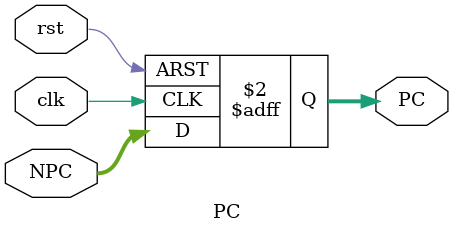
<source format=v>
module PC( clk, rst, NPC, PC );
//程序计数器
  input              clk;
  input              rst;
  input       [31:0] NPC;
  output reg  [31:0] PC;

  always @(posedge clk, posedge rst)
    if (rst) 
      PC <= 32'h0000_0000;
//      PC <= 32'h0000_3000;
    else
      PC <= NPC;
      
endmodule


</source>
